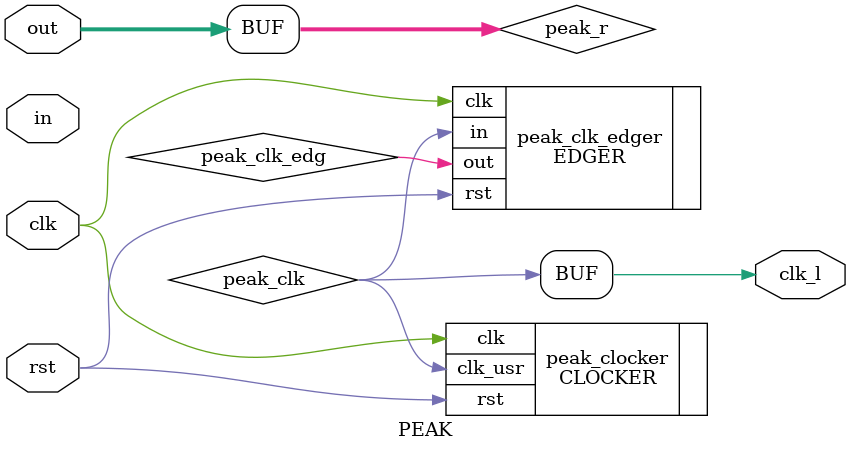
<source format=v>


module PEAK (
    input clk,
    input rst,
    input signed [DWIDTH-1:0] in,
    input signed [DWIDTH-1:0] out,
	output clk_l
);

parameter DWIDTH = 16;
parameter PERIOD = 6000;

reg signed [DWIDTH-1:0] peak_r;
assign out = peak_r;
reg signed [DWIDTH-1:0] peak_tmp;

wire peak_clk;
assign clk_l = peak_clk;
CLOCKER #( .FCLK(PERIOD), .FCLK_USR(1) ) peak_clocker(.clk(clk), .rst(rst), .clk_usr(peak_clk));

wire peak_clk_edg;
EDGER #( .TYPE(0) ) peak_clk_edger(.clk(clk), .rst(rst), .in(peak_clk), .out(peak_clk_edg));

always @(posedge clk or posedge rst) begin
	if(rst) begin
		peak_r <= 0;
		peak_tmp <= 0;
	end
	else begin
		if(in > peak_tmp)
			peak_tmp <= in; 

		if(peak_clk_edg) begin
			peak_r <= peak_tmp;
			peak_tmp <= 0;
		end
    end
end
    
endmodule
</source>
